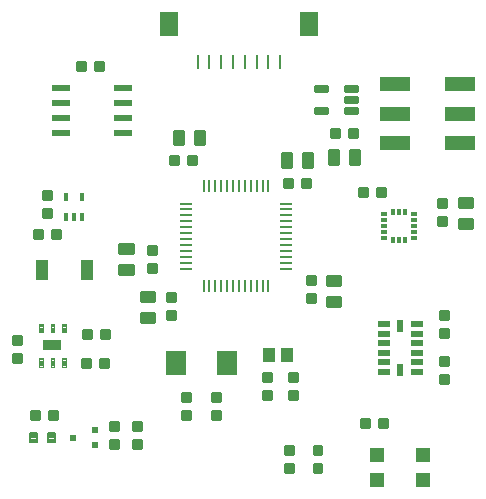
<source format=gbr>
G04 EAGLE Gerber RS-274X export*
G75*
%MOMM*%
%FSLAX34Y34*%
%LPD*%
%INSolderpaste Top*%
%IPPOS*%
%AMOC8*
5,1,8,0,0,1.08239X$1,22.5*%
G01*
%ADD10C,0.254000*%
%ADD11C,0.222250*%
%ADD12C,0.190500*%
%ADD13R,1.521406X0.940869*%
%ADD14C,0.105000*%
%ADD15R,1.300000X1.150000*%
%ADD16R,1.650000X0.610000*%
%ADD17R,1.117600X0.508000*%
%ADD18R,0.508000X1.117600*%
%ADD19R,0.600000X0.350000*%
%ADD20R,0.350000X0.600000*%
%ADD21R,1.778000X2.032000*%
%ADD22R,0.200000X1.000000*%
%ADD23R,1.000000X0.200000*%
%ADD24R,1.000000X1.250000*%
%ADD25R,0.550000X0.600000*%
%ADD26R,0.250000X1.250000*%
%ADD27R,1.650000X2.050000*%
%ADD28R,1.000000X1.700000*%
%ADD29R,0.400000X0.700000*%
%ADD30C,0.317500*%
%ADD31R,2.500000X1.200000*%


D10*
X154305Y173990D02*
X154305Y166370D01*
X142875Y166370D01*
X142875Y173990D01*
X154305Y173990D01*
X154305Y168783D02*
X142875Y168783D01*
X142875Y171196D02*
X154305Y171196D01*
X154305Y173609D02*
X142875Y173609D01*
X154305Y184150D02*
X154305Y191770D01*
X154305Y184150D02*
X142875Y184150D01*
X142875Y191770D01*
X154305Y191770D01*
X154305Y186563D02*
X142875Y186563D01*
X142875Y188976D02*
X154305Y188976D01*
X154305Y191389D02*
X142875Y191389D01*
D11*
X210344Y90964D02*
X210344Y84296D01*
X203676Y84296D01*
X203676Y90964D01*
X210344Y90964D01*
X210344Y86408D02*
X203676Y86408D01*
X203676Y88520D02*
X210344Y88520D01*
X210344Y90632D02*
X203676Y90632D01*
X210344Y99536D02*
X210344Y106204D01*
X210344Y99536D02*
X203676Y99536D01*
X203676Y106204D01*
X210344Y106204D01*
X210344Y101648D02*
X203676Y101648D01*
X203676Y103760D02*
X210344Y103760D01*
X210344Y105872D02*
X203676Y105872D01*
X283686Y198596D02*
X283686Y205264D01*
X290354Y205264D01*
X290354Y198596D01*
X283686Y198596D01*
X283686Y200708D02*
X290354Y200708D01*
X290354Y202820D02*
X283686Y202820D01*
X283686Y204932D02*
X290354Y204932D01*
X283686Y190024D02*
X283686Y183356D01*
X283686Y190024D02*
X290354Y190024D01*
X290354Y183356D01*
X283686Y183356D01*
X283686Y185468D02*
X290354Y185468D01*
X290354Y187580D02*
X283686Y187580D01*
X283686Y189692D02*
X290354Y189692D01*
D10*
X300355Y198120D02*
X300355Y205740D01*
X311785Y205740D01*
X311785Y198120D01*
X300355Y198120D01*
X300355Y200533D02*
X311785Y200533D01*
X311785Y202946D02*
X300355Y202946D01*
X300355Y205359D02*
X311785Y205359D01*
X300355Y187960D02*
X300355Y180340D01*
X300355Y187960D02*
X311785Y187960D01*
X311785Y180340D01*
X300355Y180340D01*
X300355Y182753D02*
X311785Y182753D01*
X311785Y185166D02*
X300355Y185166D01*
X300355Y187579D02*
X311785Y187579D01*
D11*
X344646Y84614D02*
X351314Y84614D01*
X351314Y77946D01*
X344646Y77946D01*
X344646Y84614D01*
X344646Y80058D02*
X351314Y80058D01*
X351314Y82170D02*
X344646Y82170D01*
X344646Y84282D02*
X351314Y84282D01*
X336074Y84614D02*
X329406Y84614D01*
X336074Y84614D02*
X336074Y77946D01*
X329406Y77946D01*
X329406Y84614D01*
X329406Y80058D02*
X336074Y80058D01*
X336074Y82170D02*
X329406Y82170D01*
X329406Y84282D02*
X336074Y84282D01*
X401352Y248888D02*
X401352Y255556D01*
X401352Y248888D02*
X394684Y248888D01*
X394684Y255556D01*
X401352Y255556D01*
X401352Y251000D02*
X394684Y251000D01*
X394684Y253112D02*
X401352Y253112D01*
X401352Y255224D02*
X394684Y255224D01*
X401352Y264128D02*
X401352Y270796D01*
X401352Y264128D02*
X394684Y264128D01*
X394684Y270796D01*
X401352Y270796D01*
X401352Y266240D02*
X394684Y266240D01*
X394684Y268352D02*
X401352Y268352D01*
X401352Y270464D02*
X394684Y270464D01*
X34766Y154464D02*
X34766Y147796D01*
X34766Y154464D02*
X41434Y154464D01*
X41434Y147796D01*
X34766Y147796D01*
X34766Y149908D02*
X41434Y149908D01*
X41434Y152020D02*
X34766Y152020D01*
X34766Y154132D02*
X41434Y154132D01*
X34766Y139224D02*
X34766Y132556D01*
X34766Y139224D02*
X41434Y139224D01*
X41434Y132556D01*
X34766Y132556D01*
X34766Y134668D02*
X41434Y134668D01*
X41434Y136780D02*
X34766Y136780D01*
X34766Y138892D02*
X41434Y138892D01*
X89376Y380206D02*
X96044Y380206D01*
X89376Y380206D02*
X89376Y386874D01*
X96044Y386874D01*
X96044Y380206D01*
X96044Y382318D02*
X89376Y382318D01*
X89376Y384430D02*
X96044Y384430D01*
X96044Y386542D02*
X89376Y386542D01*
X104616Y380206D02*
X111284Y380206D01*
X104616Y380206D02*
X104616Y386874D01*
X111284Y386874D01*
X111284Y380206D01*
X111284Y382318D02*
X104616Y382318D01*
X104616Y384430D02*
X111284Y384430D01*
X111284Y386542D02*
X104616Y386542D01*
X172244Y176054D02*
X172244Y169386D01*
X165576Y169386D01*
X165576Y176054D01*
X172244Y176054D01*
X172244Y171498D02*
X165576Y171498D01*
X165576Y173610D02*
X172244Y173610D01*
X172244Y175722D02*
X165576Y175722D01*
X172244Y184626D02*
X172244Y191294D01*
X172244Y184626D02*
X165576Y184626D01*
X165576Y191294D01*
X172244Y191294D01*
X172244Y186738D02*
X165576Y186738D01*
X165576Y188850D02*
X172244Y188850D01*
X172244Y190962D02*
X165576Y190962D01*
D10*
X171450Y316865D02*
X179070Y316865D01*
X171450Y316865D02*
X171450Y328295D01*
X179070Y328295D01*
X179070Y316865D01*
X179070Y319278D02*
X171450Y319278D01*
X171450Y321691D02*
X179070Y321691D01*
X179070Y324104D02*
X171450Y324104D01*
X171450Y326517D02*
X179070Y326517D01*
X189230Y316865D02*
X196850Y316865D01*
X189230Y316865D02*
X189230Y328295D01*
X196850Y328295D01*
X196850Y316865D01*
X196850Y319278D02*
X189230Y319278D01*
X189230Y321691D02*
X196850Y321691D01*
X196850Y324104D02*
X189230Y324104D01*
X189230Y326517D02*
X196850Y326517D01*
D11*
X403384Y160814D02*
X403384Y154146D01*
X396716Y154146D01*
X396716Y160814D01*
X403384Y160814D01*
X403384Y156258D02*
X396716Y156258D01*
X396716Y158370D02*
X403384Y158370D01*
X403384Y160482D02*
X396716Y160482D01*
X403384Y169386D02*
X403384Y176054D01*
X403384Y169386D02*
X396716Y169386D01*
X396716Y176054D01*
X403384Y176054D01*
X403384Y171498D02*
X396716Y171498D01*
X396716Y173610D02*
X403384Y173610D01*
X403384Y175722D02*
X396716Y175722D01*
X396716Y136684D02*
X396716Y130016D01*
X396716Y136684D02*
X403384Y136684D01*
X403384Y130016D01*
X396716Y130016D01*
X396716Y132128D02*
X403384Y132128D01*
X403384Y134240D02*
X396716Y134240D01*
X396716Y136352D02*
X403384Y136352D01*
X396716Y121444D02*
X396716Y114776D01*
X396716Y121444D02*
X403384Y121444D01*
X403384Y114776D01*
X396716Y114776D01*
X396716Y116888D02*
X403384Y116888D01*
X403384Y119000D02*
X396716Y119000D01*
X396716Y121112D02*
X403384Y121112D01*
X350044Y280194D02*
X343376Y280194D01*
X350044Y280194D02*
X350044Y273526D01*
X343376Y273526D01*
X343376Y280194D01*
X343376Y275638D02*
X350044Y275638D01*
X350044Y277750D02*
X343376Y277750D01*
X343376Y279862D02*
X350044Y279862D01*
X334804Y280194D02*
X328136Y280194D01*
X334804Y280194D02*
X334804Y273526D01*
X328136Y273526D01*
X328136Y280194D01*
X328136Y275638D02*
X334804Y275638D01*
X334804Y277750D02*
X328136Y277750D01*
X328136Y279862D02*
X334804Y279862D01*
X174784Y300196D02*
X168116Y300196D01*
X168116Y306864D01*
X174784Y306864D01*
X174784Y300196D01*
X174784Y302308D02*
X168116Y302308D01*
X168116Y304420D02*
X174784Y304420D01*
X174784Y306532D02*
X168116Y306532D01*
X183356Y300196D02*
X190024Y300196D01*
X183356Y300196D02*
X183356Y306864D01*
X190024Y306864D01*
X190024Y300196D01*
X190024Y302308D02*
X183356Y302308D01*
X183356Y304420D02*
X190024Y304420D01*
X190024Y306532D02*
X183356Y306532D01*
X184944Y90964D02*
X184944Y84296D01*
X178276Y84296D01*
X178276Y90964D01*
X184944Y90964D01*
X184944Y86408D02*
X178276Y86408D01*
X178276Y88520D02*
X184944Y88520D01*
X184944Y90632D02*
X178276Y90632D01*
X184944Y99536D02*
X184944Y106204D01*
X184944Y99536D02*
X178276Y99536D01*
X178276Y106204D01*
X184944Y106204D01*
X184944Y101648D02*
X178276Y101648D01*
X178276Y103760D02*
X184944Y103760D01*
X184944Y105872D02*
X178276Y105872D01*
D12*
X54928Y65087D02*
X49212Y65087D01*
X49212Y72073D01*
X54928Y72073D01*
X54928Y65087D01*
X54928Y66897D02*
X49212Y66897D01*
X49212Y68707D02*
X54928Y68707D01*
X54928Y70517D02*
X49212Y70517D01*
X64452Y65087D02*
X70168Y65087D01*
X64452Y65087D02*
X64452Y72073D01*
X70168Y72073D01*
X70168Y65087D01*
X70168Y66897D02*
X64452Y66897D01*
X64452Y68707D02*
X70168Y68707D01*
X70168Y70517D02*
X64452Y70517D01*
D13*
X68273Y146774D03*
D14*
X76705Y157745D02*
X76705Y164795D01*
X79855Y164795D01*
X79855Y157745D01*
X76705Y157745D01*
X76705Y158742D02*
X79855Y158742D01*
X79855Y159739D02*
X76705Y159739D01*
X76705Y160736D02*
X79855Y160736D01*
X79855Y161733D02*
X76705Y161733D01*
X76705Y162730D02*
X79855Y162730D01*
X79855Y163727D02*
X76705Y163727D01*
X76705Y164724D02*
X79855Y164724D01*
X66705Y164795D02*
X66705Y157745D01*
X66705Y164795D02*
X69855Y164795D01*
X69855Y157745D01*
X66705Y157745D01*
X66705Y158742D02*
X69855Y158742D01*
X69855Y159739D02*
X66705Y159739D01*
X66705Y160736D02*
X69855Y160736D01*
X69855Y161733D02*
X66705Y161733D01*
X66705Y162730D02*
X69855Y162730D01*
X69855Y163727D02*
X66705Y163727D01*
X66705Y164724D02*
X69855Y164724D01*
X56705Y164795D02*
X56705Y157745D01*
X56705Y164795D02*
X59855Y164795D01*
X59855Y157745D01*
X56705Y157745D01*
X56705Y158742D02*
X59855Y158742D01*
X59855Y159739D02*
X56705Y159739D01*
X56705Y160736D02*
X59855Y160736D01*
X59855Y161733D02*
X56705Y161733D01*
X56705Y162730D02*
X59855Y162730D01*
X59855Y163727D02*
X56705Y163727D01*
X56705Y164724D02*
X59855Y164724D01*
X56705Y135795D02*
X56705Y128745D01*
X56705Y135795D02*
X59855Y135795D01*
X59855Y128745D01*
X56705Y128745D01*
X56705Y129742D02*
X59855Y129742D01*
X59855Y130739D02*
X56705Y130739D01*
X56705Y131736D02*
X59855Y131736D01*
X59855Y132733D02*
X56705Y132733D01*
X56705Y133730D02*
X59855Y133730D01*
X59855Y134727D02*
X56705Y134727D01*
X56705Y135724D02*
X59855Y135724D01*
X66705Y135795D02*
X66705Y128745D01*
X66705Y135795D02*
X69855Y135795D01*
X69855Y128745D01*
X66705Y128745D01*
X66705Y129742D02*
X69855Y129742D01*
X69855Y130739D02*
X66705Y130739D01*
X66705Y131736D02*
X69855Y131736D01*
X69855Y132733D02*
X66705Y132733D01*
X66705Y133730D02*
X69855Y133730D01*
X69855Y134727D02*
X66705Y134727D01*
X66705Y135724D02*
X69855Y135724D01*
X76705Y135795D02*
X76705Y128745D01*
X76705Y135795D02*
X79855Y135795D01*
X79855Y128745D01*
X76705Y128745D01*
X76705Y129742D02*
X79855Y129742D01*
X79855Y130739D02*
X76705Y130739D01*
X76705Y131736D02*
X79855Y131736D01*
X79855Y132733D02*
X76705Y132733D01*
X76705Y133730D02*
X79855Y133730D01*
X79855Y134727D02*
X76705Y134727D01*
X76705Y135724D02*
X79855Y135724D01*
D11*
X56674Y84296D02*
X50006Y84296D01*
X50006Y90964D01*
X56674Y90964D01*
X56674Y84296D01*
X56674Y86408D02*
X50006Y86408D01*
X50006Y88520D02*
X56674Y88520D01*
X56674Y90632D02*
X50006Y90632D01*
X65246Y84296D02*
X71914Y84296D01*
X65246Y84296D02*
X65246Y90964D01*
X71914Y90964D01*
X71914Y84296D01*
X71914Y86408D02*
X65246Y86408D01*
X65246Y88520D02*
X71914Y88520D01*
X71914Y90632D02*
X65246Y90632D01*
X93186Y128746D02*
X99854Y128746D01*
X93186Y128746D02*
X93186Y135414D01*
X99854Y135414D01*
X99854Y128746D01*
X99854Y130858D02*
X93186Y130858D01*
X93186Y132970D02*
X99854Y132970D01*
X99854Y135082D02*
X93186Y135082D01*
X108426Y128746D02*
X115094Y128746D01*
X108426Y128746D02*
X108426Y135414D01*
X115094Y135414D01*
X115094Y128746D01*
X115094Y130858D02*
X108426Y130858D01*
X108426Y132970D02*
X115094Y132970D01*
X115094Y135082D02*
X108426Y135082D01*
X101124Y152876D02*
X94456Y152876D01*
X94456Y159544D01*
X101124Y159544D01*
X101124Y152876D01*
X101124Y154988D02*
X94456Y154988D01*
X94456Y157100D02*
X101124Y157100D01*
X101124Y159212D02*
X94456Y159212D01*
X109696Y152876D02*
X116364Y152876D01*
X109696Y152876D02*
X109696Y159544D01*
X116364Y159544D01*
X116364Y152876D01*
X116364Y154988D02*
X109696Y154988D01*
X109696Y157100D02*
X116364Y157100D01*
X116364Y159212D02*
X109696Y159212D01*
D15*
X342820Y53890D03*
X342820Y32390D03*
X381820Y32390D03*
X381820Y53890D03*
D16*
X75250Y364490D03*
X75250Y351790D03*
X75250Y339090D03*
X75250Y326390D03*
X127950Y326390D03*
X127950Y339090D03*
X127950Y351790D03*
X127950Y364490D03*
D17*
X376616Y124234D03*
X376616Y132362D03*
X376616Y140236D03*
X376616Y148364D03*
X376616Y156238D03*
X376616Y164366D03*
D18*
X362900Y163096D03*
D17*
X349184Y164366D03*
X349184Y156238D03*
X349184Y148364D03*
X349184Y140236D03*
X349184Y132362D03*
X349184Y124234D03*
D18*
X362900Y125504D03*
D19*
X348830Y257690D03*
X348830Y252690D03*
X348830Y247690D03*
X348830Y242690D03*
X348830Y237690D03*
D20*
X356680Y236040D03*
X361680Y236040D03*
X366680Y236040D03*
D19*
X374530Y237690D03*
X374530Y242690D03*
X374530Y247690D03*
X374530Y252690D03*
X374530Y257690D03*
D20*
X366680Y259340D03*
X361680Y259340D03*
X356680Y259340D03*
D21*
X215730Y131910D03*
X172550Y131910D03*
D22*
X196150Y196700D03*
X201150Y196700D03*
X206150Y196700D03*
X211150Y196700D03*
X216150Y196700D03*
X221150Y196700D03*
X226150Y196700D03*
X231150Y196700D03*
X236150Y196700D03*
X241150Y196700D03*
X246150Y196700D03*
X251150Y196700D03*
D23*
X266150Y211700D03*
X266150Y216700D03*
X266150Y221700D03*
X266150Y226700D03*
X266150Y231700D03*
X266150Y236700D03*
X266150Y241700D03*
X266150Y246700D03*
X266150Y251700D03*
X266150Y256700D03*
X266150Y261700D03*
X266150Y266700D03*
D22*
X251150Y281700D03*
X246150Y281700D03*
X241150Y281700D03*
X236150Y281700D03*
X231150Y281700D03*
X226150Y281700D03*
X221150Y281700D03*
X216150Y281700D03*
X211150Y281700D03*
X206150Y281700D03*
X201150Y281700D03*
X196150Y281700D03*
D23*
X181150Y266700D03*
X181150Y261700D03*
X181150Y256700D03*
X181150Y251700D03*
X181150Y246700D03*
X181150Y241700D03*
X181150Y236700D03*
X181150Y231700D03*
X181150Y226700D03*
X181150Y221700D03*
X181150Y216700D03*
X181150Y211700D03*
D11*
X149026Y224296D02*
X149026Y230964D01*
X155694Y230964D01*
X155694Y224296D01*
X149026Y224296D01*
X149026Y226408D02*
X155694Y226408D01*
X155694Y228520D02*
X149026Y228520D01*
X149026Y230632D02*
X155694Y230632D01*
X149026Y215724D02*
X149026Y209056D01*
X149026Y215724D02*
X155694Y215724D01*
X155694Y209056D01*
X149026Y209056D01*
X149026Y211168D02*
X155694Y211168D01*
X155694Y213280D02*
X149026Y213280D01*
X149026Y215392D02*
X155694Y215392D01*
D10*
X124895Y224940D02*
X124895Y232560D01*
X136325Y232560D01*
X136325Y224940D01*
X124895Y224940D01*
X124895Y227353D02*
X136325Y227353D01*
X136325Y229766D02*
X124895Y229766D01*
X124895Y232179D02*
X136325Y232179D01*
X124895Y214780D02*
X124895Y207160D01*
X124895Y214780D02*
X136325Y214780D01*
X136325Y207160D01*
X124895Y207160D01*
X124895Y209573D02*
X136325Y209573D01*
X136325Y211986D02*
X124895Y211986D01*
X124895Y214399D02*
X136325Y214399D01*
D24*
X266710Y138880D03*
X251710Y138880D03*
D11*
X246346Y123344D02*
X246346Y116676D01*
X246346Y123344D02*
X253014Y123344D01*
X253014Y116676D01*
X246346Y116676D01*
X246346Y118788D02*
X253014Y118788D01*
X253014Y120900D02*
X246346Y120900D01*
X246346Y123012D02*
X253014Y123012D01*
X246346Y108104D02*
X246346Y101436D01*
X246346Y108104D02*
X253014Y108104D01*
X253014Y101436D01*
X246346Y101436D01*
X246346Y103548D02*
X253014Y103548D01*
X253014Y105660D02*
X246346Y105660D01*
X246346Y107772D02*
X253014Y107772D01*
X268736Y116676D02*
X268736Y123344D01*
X275404Y123344D01*
X275404Y116676D01*
X268736Y116676D01*
X268736Y118788D02*
X275404Y118788D01*
X275404Y120900D02*
X268736Y120900D01*
X268736Y123012D02*
X275404Y123012D01*
X268736Y108104D02*
X268736Y101436D01*
X268736Y108104D02*
X275404Y108104D01*
X275404Y101436D01*
X268736Y101436D01*
X268736Y103548D02*
X275404Y103548D01*
X275404Y105660D02*
X268736Y105660D01*
X268736Y107772D02*
X275404Y107772D01*
X117316Y82074D02*
X117316Y75406D01*
X117316Y82074D02*
X123984Y82074D01*
X123984Y75406D01*
X117316Y75406D01*
X117316Y77518D02*
X123984Y77518D01*
X123984Y79630D02*
X117316Y79630D01*
X117316Y81742D02*
X123984Y81742D01*
X117316Y66834D02*
X117316Y60166D01*
X117316Y66834D02*
X123984Y66834D01*
X123984Y60166D01*
X117316Y60166D01*
X117316Y62278D02*
X123984Y62278D01*
X123984Y64390D02*
X117316Y64390D01*
X117316Y66502D02*
X123984Y66502D01*
X136366Y75406D02*
X136366Y82074D01*
X143034Y82074D01*
X143034Y75406D01*
X136366Y75406D01*
X136366Y77518D02*
X143034Y77518D01*
X143034Y79630D02*
X136366Y79630D01*
X136366Y81742D02*
X143034Y81742D01*
X136366Y66834D02*
X136366Y60166D01*
X136366Y66834D02*
X143034Y66834D01*
X143034Y60166D01*
X136366Y60166D01*
X136366Y62278D02*
X143034Y62278D01*
X143034Y64390D02*
X136366Y64390D01*
X136366Y66502D02*
X143034Y66502D01*
D25*
X104500Y62080D03*
X104500Y75080D03*
X86000Y68580D03*
D26*
X261060Y386600D03*
X251060Y386600D03*
X241060Y386600D03*
X231060Y386600D03*
X221060Y386600D03*
X211060Y386600D03*
X201060Y386600D03*
X191060Y386600D03*
D27*
X167060Y419100D03*
X285060Y419100D03*
D10*
X423799Y253746D02*
X423799Y246126D01*
X412369Y246126D01*
X412369Y253746D01*
X423799Y253746D01*
X423799Y248539D02*
X412369Y248539D01*
X412369Y250952D02*
X423799Y250952D01*
X423799Y253365D02*
X412369Y253365D01*
X423799Y263906D02*
X423799Y271526D01*
X423799Y263906D02*
X412369Y263906D01*
X412369Y271526D01*
X423799Y271526D01*
X423799Y266319D02*
X412369Y266319D01*
X412369Y268732D02*
X423799Y268732D01*
X423799Y271145D02*
X412369Y271145D01*
D28*
X97740Y210820D03*
X59740Y210820D03*
D11*
X67786Y244634D02*
X74454Y244634D01*
X74454Y237966D01*
X67786Y237966D01*
X67786Y244634D01*
X67786Y240078D02*
X74454Y240078D01*
X74454Y242190D02*
X67786Y242190D01*
X67786Y244302D02*
X74454Y244302D01*
X59214Y244634D02*
X52546Y244634D01*
X59214Y244634D02*
X59214Y237966D01*
X52546Y237966D01*
X52546Y244634D01*
X52546Y240078D02*
X59214Y240078D01*
X59214Y242190D02*
X52546Y242190D01*
X52546Y244302D02*
X59214Y244302D01*
D29*
X79860Y255660D03*
X86360Y255660D03*
X92860Y255660D03*
X92860Y272660D03*
X79860Y272660D03*
D11*
X66834Y262414D02*
X66834Y255746D01*
X60166Y255746D01*
X60166Y262414D01*
X66834Y262414D01*
X66834Y257858D02*
X60166Y257858D01*
X60166Y259970D02*
X66834Y259970D01*
X66834Y262082D02*
X60166Y262082D01*
X66834Y270986D02*
X66834Y277654D01*
X66834Y270986D02*
X60166Y270986D01*
X60166Y277654D01*
X66834Y277654D01*
X66834Y273098D02*
X60166Y273098D01*
X60166Y275210D02*
X66834Y275210D01*
X66834Y277322D02*
X60166Y277322D01*
D30*
X316397Y346418D02*
X325923Y346418D01*
X325923Y343242D01*
X316397Y343242D01*
X316397Y346418D01*
X316397Y346258D02*
X325923Y346258D01*
X325923Y355918D02*
X316397Y355918D01*
X325923Y355918D02*
X325923Y352742D01*
X316397Y352742D01*
X316397Y355918D01*
X316397Y355758D02*
X325923Y355758D01*
X325923Y365418D02*
X316397Y365418D01*
X325923Y365418D02*
X325923Y362242D01*
X316397Y362242D01*
X316397Y365418D01*
X316397Y365258D02*
X325923Y365258D01*
X300823Y362242D02*
X291297Y362242D01*
X291297Y365418D01*
X300823Y365418D01*
X300823Y362242D01*
X300823Y365258D02*
X291297Y365258D01*
X291297Y343242D02*
X300823Y343242D01*
X291297Y343242D02*
X291297Y346418D01*
X300823Y346418D01*
X300823Y343242D01*
X300823Y346258D02*
X291297Y346258D01*
D10*
X320040Y312039D02*
X327660Y312039D01*
X327660Y300609D01*
X320040Y300609D01*
X320040Y312039D01*
X320040Y303022D02*
X327660Y303022D01*
X327660Y305435D02*
X320040Y305435D01*
X320040Y307848D02*
X327660Y307848D01*
X327660Y310261D02*
X320040Y310261D01*
X309880Y312039D02*
X302260Y312039D01*
X309880Y312039D02*
X309880Y300609D01*
X302260Y300609D01*
X302260Y312039D01*
X302260Y303022D02*
X309880Y303022D01*
X309880Y305435D02*
X302260Y305435D01*
X302260Y307848D02*
X309880Y307848D01*
X309880Y310261D02*
X302260Y310261D01*
D31*
X413580Y317900D03*
X413580Y342900D03*
X413580Y367900D03*
X358580Y317900D03*
X358580Y342900D03*
X358580Y367900D03*
D11*
X325914Y329978D02*
X319246Y329978D01*
X325914Y329978D02*
X325914Y323310D01*
X319246Y323310D01*
X319246Y329978D01*
X319246Y325422D02*
X325914Y325422D01*
X325914Y327534D02*
X319246Y327534D01*
X319246Y329646D02*
X325914Y329646D01*
X310674Y329978D02*
X304006Y329978D01*
X310674Y329978D02*
X310674Y323310D01*
X304006Y323310D01*
X304006Y329978D01*
X304006Y325422D02*
X310674Y325422D01*
X310674Y327534D02*
X304006Y327534D01*
X304006Y329646D02*
X310674Y329646D01*
D10*
X288036Y309245D02*
X280416Y309245D01*
X288036Y309245D02*
X288036Y297815D01*
X280416Y297815D01*
X280416Y309245D01*
X280416Y300228D02*
X288036Y300228D01*
X288036Y302641D02*
X280416Y302641D01*
X280416Y305054D02*
X288036Y305054D01*
X288036Y307467D02*
X280416Y307467D01*
X270256Y309245D02*
X262636Y309245D01*
X270256Y309245D02*
X270256Y297815D01*
X262636Y297815D01*
X262636Y309245D01*
X262636Y300228D02*
X270256Y300228D01*
X270256Y302641D02*
X262636Y302641D01*
X262636Y305054D02*
X270256Y305054D01*
X270256Y307467D02*
X262636Y307467D01*
D11*
X279368Y287306D02*
X286036Y287306D01*
X286036Y280638D01*
X279368Y280638D01*
X279368Y287306D01*
X279368Y282750D02*
X286036Y282750D01*
X286036Y284862D02*
X279368Y284862D01*
X279368Y286974D02*
X286036Y286974D01*
X270796Y287306D02*
X264128Y287306D01*
X270796Y287306D02*
X270796Y280638D01*
X264128Y280638D01*
X264128Y287306D01*
X264128Y282750D02*
X270796Y282750D01*
X270796Y284862D02*
X264128Y284862D01*
X264128Y286974D02*
X270796Y286974D01*
X289274Y61500D02*
X289274Y54832D01*
X289274Y61500D02*
X295942Y61500D01*
X295942Y54832D01*
X289274Y54832D01*
X289274Y56944D02*
X295942Y56944D01*
X295942Y59056D02*
X289274Y59056D01*
X289274Y61168D02*
X295942Y61168D01*
X289274Y46260D02*
X289274Y39592D01*
X289274Y46260D02*
X295942Y46260D01*
X295942Y39592D01*
X289274Y39592D01*
X289274Y41704D02*
X295942Y41704D01*
X295942Y43816D02*
X289274Y43816D01*
X289274Y45928D02*
X295942Y45928D01*
X265398Y54832D02*
X265398Y61500D01*
X272066Y61500D01*
X272066Y54832D01*
X265398Y54832D01*
X265398Y56944D02*
X272066Y56944D01*
X272066Y59056D02*
X265398Y59056D01*
X265398Y61168D02*
X272066Y61168D01*
X265398Y46260D02*
X265398Y39592D01*
X265398Y46260D02*
X272066Y46260D01*
X272066Y39592D01*
X265398Y39592D01*
X265398Y41704D02*
X272066Y41704D01*
X272066Y43816D02*
X265398Y43816D01*
X265398Y45928D02*
X272066Y45928D01*
M02*

</source>
